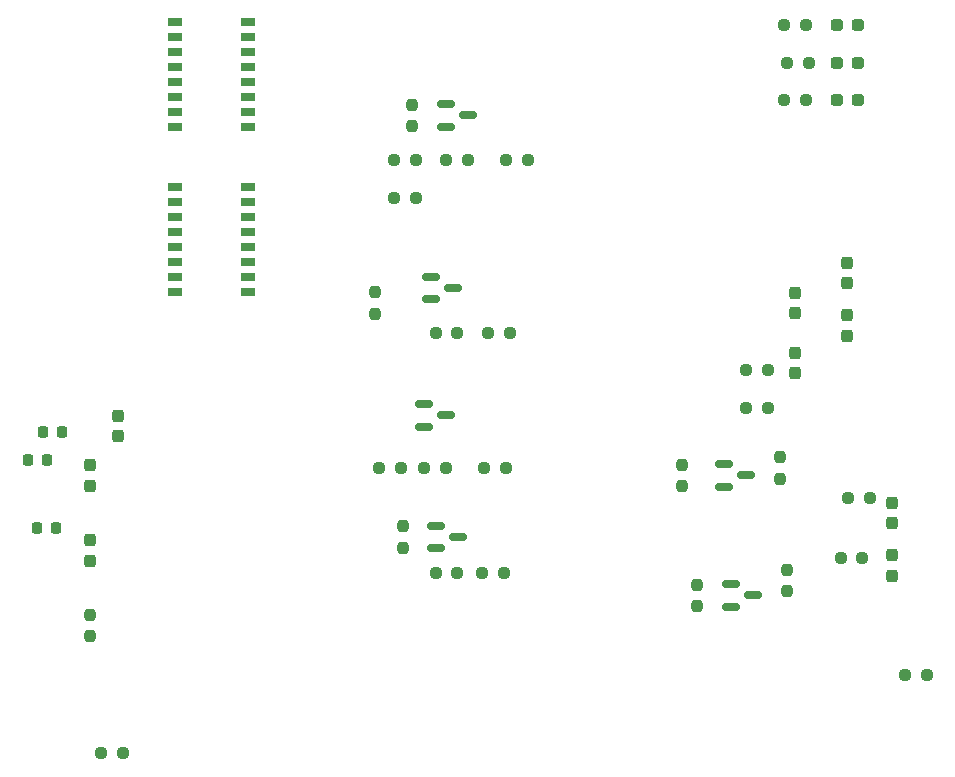
<source format=gbr>
%TF.GenerationSoftware,KiCad,Pcbnew,(6.0.6)*%
%TF.CreationDate,2022-11-29T14:39:04-05:00*%
%TF.ProjectId,PolyVent_SPI_Controller,506f6c79-5665-46e7-945f-5350495f436f,0.1*%
%TF.SameCoordinates,Original*%
%TF.FileFunction,Paste,Top*%
%TF.FilePolarity,Positive*%
%FSLAX46Y46*%
G04 Gerber Fmt 4.6, Leading zero omitted, Abs format (unit mm)*
G04 Created by KiCad (PCBNEW (6.0.6)) date 2022-11-29 14:39:04*
%MOMM*%
%LPD*%
G01*
G04 APERTURE LIST*
G04 Aperture macros list*
%AMRoundRect*
0 Rectangle with rounded corners*
0 $1 Rounding radius*
0 $2 $3 $4 $5 $6 $7 $8 $9 X,Y pos of 4 corners*
0 Add a 4 corners polygon primitive as box body*
4,1,4,$2,$3,$4,$5,$6,$7,$8,$9,$2,$3,0*
0 Add four circle primitives for the rounded corners*
1,1,$1+$1,$2,$3*
1,1,$1+$1,$4,$5*
1,1,$1+$1,$6,$7*
1,1,$1+$1,$8,$9*
0 Add four rect primitives between the rounded corners*
20,1,$1+$1,$2,$3,$4,$5,0*
20,1,$1+$1,$4,$5,$6,$7,0*
20,1,$1+$1,$6,$7,$8,$9,0*
20,1,$1+$1,$8,$9,$2,$3,0*%
G04 Aperture macros list end*
%ADD10RoundRect,0.237500X-0.237500X0.250000X-0.237500X-0.250000X0.237500X-0.250000X0.237500X0.250000X0*%
%ADD11RoundRect,0.218750X-0.218750X-0.256250X0.218750X-0.256250X0.218750X0.256250X-0.218750X0.256250X0*%
%ADD12RoundRect,0.237500X0.250000X0.237500X-0.250000X0.237500X-0.250000X-0.237500X0.250000X-0.237500X0*%
%ADD13RoundRect,0.237500X0.287500X0.237500X-0.287500X0.237500X-0.287500X-0.237500X0.287500X-0.237500X0*%
%ADD14RoundRect,0.237500X-0.250000X-0.237500X0.250000X-0.237500X0.250000X0.237500X-0.250000X0.237500X0*%
%ADD15RoundRect,0.237500X-0.237500X0.300000X-0.237500X-0.300000X0.237500X-0.300000X0.237500X0.300000X0*%
%ADD16RoundRect,0.150000X-0.587500X-0.150000X0.587500X-0.150000X0.587500X0.150000X-0.587500X0.150000X0*%
%ADD17R,1.250000X0.760000*%
%ADD18RoundRect,0.237500X0.237500X-0.250000X0.237500X0.250000X-0.237500X0.250000X-0.237500X-0.250000X0*%
G04 APERTURE END LIST*
D10*
%TO.C,R113*%
X144780000Y-78462500D03*
X144780000Y-80287500D03*
%TD*%
D11*
%TO.C,F103*%
X113030000Y-114300000D03*
X114605000Y-114300000D03*
%TD*%
D12*
%TO.C,R107*%
X148590000Y-118110000D03*
X146765000Y-118110000D03*
%TD*%
%TO.C,R205*%
X183538500Y-111760000D03*
X181713500Y-111760000D03*
%TD*%
D13*
%TO.C,D101*%
X182485000Y-78105000D03*
X180735000Y-78105000D03*
%TD*%
D14*
%TO.C,R102*%
X118467500Y-133350000D03*
X120292500Y-133350000D03*
%TD*%
%TO.C,R111*%
X143232500Y-83185000D03*
X145057500Y-83185000D03*
%TD*%
D12*
%TO.C,R105*%
X147597500Y-109220000D03*
X145772500Y-109220000D03*
%TD*%
%TO.C,R117*%
X178077500Y-78105000D03*
X176252500Y-78105000D03*
%TD*%
D15*
%TO.C,C202*%
X185420000Y-116612500D03*
X185420000Y-118337500D03*
%TD*%
D12*
%TO.C,R108*%
X154582500Y-83185000D03*
X152757500Y-83185000D03*
%TD*%
%TO.C,R103*%
X149502500Y-83185000D03*
X147677500Y-83185000D03*
%TD*%
D16*
%TO.C,Q102*%
X147652500Y-78425000D03*
X147652500Y-80325000D03*
X149527500Y-79375000D03*
%TD*%
D10*
%TO.C,R204*%
X176530000Y-117832500D03*
X176530000Y-119657500D03*
%TD*%
D17*
%TO.C,SW101*%
X130860800Y-94361000D03*
X130860800Y-93091000D03*
X130860800Y-91821000D03*
X130860800Y-90551000D03*
X130860800Y-89281000D03*
X130860800Y-88011000D03*
X130860800Y-86741000D03*
X130860800Y-85471000D03*
X124663200Y-85471000D03*
X124663200Y-86741000D03*
X124663200Y-88011000D03*
X124663200Y-89281000D03*
X124663200Y-90551000D03*
X124663200Y-91821000D03*
X124663200Y-93091000D03*
X124663200Y-94361000D03*
%TD*%
%TO.C,SW102*%
X130860800Y-80391000D03*
X130860800Y-79121000D03*
X130860800Y-77851000D03*
X130860800Y-76581000D03*
X130860800Y-75311000D03*
X130860800Y-74041000D03*
X130860800Y-72771000D03*
X130860800Y-71501000D03*
X124663200Y-71501000D03*
X124663200Y-72771000D03*
X124663200Y-74041000D03*
X124663200Y-75311000D03*
X124663200Y-76581000D03*
X124663200Y-77851000D03*
X124663200Y-79121000D03*
X124663200Y-80391000D03*
%TD*%
D11*
%TO.C,F102*%
X112242500Y-108585000D03*
X113817500Y-108585000D03*
%TD*%
D12*
%TO.C,R119*%
X178077500Y-71755000D03*
X176252500Y-71755000D03*
%TD*%
D11*
%TO.C,F101*%
X113512500Y-106172000D03*
X115087500Y-106172000D03*
%TD*%
D14*
%TO.C,R114*%
X143232500Y-86360000D03*
X145057500Y-86360000D03*
%TD*%
D10*
%TO.C,R201*%
X167640000Y-108942500D03*
X167640000Y-110767500D03*
%TD*%
%TO.C,R203*%
X175895000Y-108307500D03*
X175895000Y-110132500D03*
%TD*%
D12*
%TO.C,R118*%
X178355000Y-74930000D03*
X176530000Y-74930000D03*
%TD*%
%TO.C,R104*%
X148590000Y-97790000D03*
X146765000Y-97790000D03*
%TD*%
D16*
%TO.C,Q104*%
X145747500Y-103825000D03*
X145747500Y-105725000D03*
X147622500Y-104775000D03*
%TD*%
D12*
%TO.C,R106*%
X152550500Y-118110000D03*
X150725500Y-118110000D03*
%TD*%
D15*
%TO.C,C201*%
X185420000Y-112167500D03*
X185420000Y-113892500D03*
%TD*%
%TO.C,C106*%
X117475000Y-108992500D03*
X117475000Y-110717500D03*
%TD*%
D16*
%TO.C,Q103*%
X146382500Y-93030000D03*
X146382500Y-94930000D03*
X148257500Y-93980000D03*
%TD*%
D15*
%TO.C,C103*%
X181610000Y-96292500D03*
X181610000Y-98017500D03*
%TD*%
D12*
%TO.C,R120*%
X188364500Y-126746000D03*
X186539500Y-126746000D03*
%TD*%
%TO.C,R207*%
X174902500Y-104140000D03*
X173077500Y-104140000D03*
%TD*%
D14*
%TO.C,R208*%
X173077500Y-100965000D03*
X174902500Y-100965000D03*
%TD*%
D10*
%TO.C,R202*%
X168910000Y-119102500D03*
X168910000Y-120927500D03*
%TD*%
D15*
%TO.C,C104*%
X177165000Y-99467500D03*
X177165000Y-101192500D03*
%TD*%
%TO.C,C105*%
X119888000Y-104801500D03*
X119888000Y-106526500D03*
%TD*%
%TO.C,C107*%
X117475000Y-115342500D03*
X117475000Y-117067500D03*
%TD*%
D10*
%TO.C,R112*%
X144018000Y-114149500D03*
X144018000Y-115974500D03*
%TD*%
D14*
%TO.C,R116*%
X141962500Y-109220000D03*
X143787500Y-109220000D03*
%TD*%
D15*
%TO.C,C101*%
X181610000Y-91847500D03*
X181610000Y-93572500D03*
%TD*%
D16*
%TO.C,Q202*%
X171782500Y-119065000D03*
X171782500Y-120965000D03*
X173657500Y-120015000D03*
%TD*%
D12*
%TO.C,R109*%
X153035000Y-97790000D03*
X151210000Y-97790000D03*
%TD*%
%TO.C,R206*%
X182880000Y-116840000D03*
X181055000Y-116840000D03*
%TD*%
D18*
%TO.C,R101*%
X117475000Y-123467500D03*
X117475000Y-121642500D03*
%TD*%
D13*
%TO.C,D102*%
X182485000Y-74930000D03*
X180735000Y-74930000D03*
%TD*%
D16*
%TO.C,Q201*%
X171147500Y-108905000D03*
X171147500Y-110805000D03*
X173022500Y-109855000D03*
%TD*%
%TO.C,Q101*%
X146765500Y-114112000D03*
X146765500Y-116012000D03*
X148640500Y-115062000D03*
%TD*%
D13*
%TO.C,D103*%
X182485000Y-71755000D03*
X180735000Y-71755000D03*
%TD*%
D10*
%TO.C,R115*%
X141605000Y-94337500D03*
X141605000Y-96162500D03*
%TD*%
D12*
%TO.C,R110*%
X152677500Y-109220000D03*
X150852500Y-109220000D03*
%TD*%
D15*
%TO.C,C102*%
X177165000Y-94387500D03*
X177165000Y-96112500D03*
%TD*%
M02*

</source>
